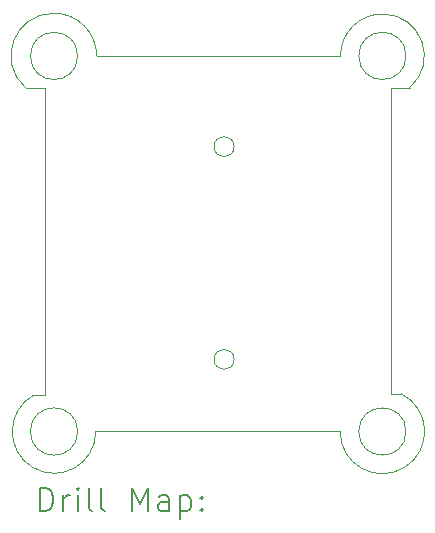
<source format=gbr>
%TF.GenerationSoftware,KiCad,Pcbnew,7.0.2*%
%TF.CreationDate,2023-07-30T22:12:46-04:00*%
%TF.ProjectId,CameraBoard,43616d65-7261-4426-9f61-72642e6b6963,rev?*%
%TF.SameCoordinates,Original*%
%TF.FileFunction,Drillmap*%
%TF.FilePolarity,Positive*%
%FSLAX45Y45*%
G04 Gerber Fmt 4.5, Leading zero omitted, Abs format (unit mm)*
G04 Created by KiCad (PCBNEW 7.0.2) date 2023-07-30 22:12:46*
%MOMM*%
%LPD*%
G01*
G04 APERTURE LIST*
%ADD10C,0.100000*%
%ADD11C,0.050000*%
%ADD12C,0.200000*%
G04 APERTURE END LIST*
D10*
X4625000Y-9069000D02*
G75*
G03*
X4625000Y-9069000I-85000J0D01*
G01*
X3100000Y-7938753D02*
G75*
G03*
X2860000Y-8570000I-5122J-359300D01*
G01*
X3461248Y-8300000D02*
G75*
G03*
X3100000Y-7938752I-361248J0D01*
G01*
X6110007Y-8570008D02*
G75*
G03*
X5880000Y-7945317I-228687J270488D01*
G01*
X2930000Y-11170000D02*
G75*
G03*
X3453553Y-11480000I170000J-310000D01*
G01*
X3020000Y-11170000D02*
X2930000Y-11170000D01*
X5880000Y-7945317D02*
G75*
G03*
X5525317Y-8300000I0J-354683D01*
G01*
X6040000Y-11160000D02*
X5950000Y-11160000D01*
X5950000Y-8570000D02*
X5950000Y-11160000D01*
X3300000Y-8300000D02*
G75*
G03*
X3300000Y-8300000I-200000J0D01*
G01*
X5522229Y-11480000D02*
X3453553Y-11480000D01*
X6080000Y-8300000D02*
G75*
G03*
X6080000Y-8300000I-200000J0D01*
G01*
X6110000Y-8570000D02*
X6040000Y-8570000D01*
X3020000Y-8570000D02*
X3020000Y-11170000D01*
X3020000Y-8570000D02*
X2930000Y-8570000D01*
X4625000Y-10869000D02*
G75*
G03*
X4625000Y-10869000I-85000J0D01*
G01*
X5522229Y-11480000D02*
G75*
G03*
X6040000Y-11160000I357771J0D01*
G01*
D11*
X6080000Y-11480000D02*
G75*
G03*
X6080000Y-11480000I-200000J0D01*
G01*
X3300000Y-11480000D02*
G75*
G03*
X3300000Y-11480000I-200000J0D01*
G01*
D10*
X2930000Y-8570000D02*
X2860000Y-8570000D01*
X5525317Y-8300000D02*
X3461248Y-8300000D01*
X6040000Y-8570000D02*
X5950000Y-8570000D01*
D12*
X2978160Y-12155295D02*
X2978160Y-11955295D01*
X2978160Y-11955295D02*
X3025779Y-11955295D01*
X3025779Y-11955295D02*
X3054351Y-11964818D01*
X3054351Y-11964818D02*
X3073398Y-11983866D01*
X3073398Y-11983866D02*
X3082922Y-12002914D01*
X3082922Y-12002914D02*
X3092446Y-12041009D01*
X3092446Y-12041009D02*
X3092446Y-12069580D01*
X3092446Y-12069580D02*
X3082922Y-12107675D01*
X3082922Y-12107675D02*
X3073398Y-12126723D01*
X3073398Y-12126723D02*
X3054351Y-12145771D01*
X3054351Y-12145771D02*
X3025779Y-12155295D01*
X3025779Y-12155295D02*
X2978160Y-12155295D01*
X3178160Y-12155295D02*
X3178160Y-12021961D01*
X3178160Y-12060056D02*
X3187684Y-12041009D01*
X3187684Y-12041009D02*
X3197208Y-12031485D01*
X3197208Y-12031485D02*
X3216255Y-12021961D01*
X3216255Y-12021961D02*
X3235303Y-12021961D01*
X3301970Y-12155295D02*
X3301970Y-12021961D01*
X3301970Y-11955295D02*
X3292446Y-11964818D01*
X3292446Y-11964818D02*
X3301970Y-11974342D01*
X3301970Y-11974342D02*
X3311494Y-11964818D01*
X3311494Y-11964818D02*
X3301970Y-11955295D01*
X3301970Y-11955295D02*
X3301970Y-11974342D01*
X3425779Y-12155295D02*
X3406732Y-12145771D01*
X3406732Y-12145771D02*
X3397208Y-12126723D01*
X3397208Y-12126723D02*
X3397208Y-11955295D01*
X3530541Y-12155295D02*
X3511494Y-12145771D01*
X3511494Y-12145771D02*
X3501970Y-12126723D01*
X3501970Y-12126723D02*
X3501970Y-11955295D01*
X3759113Y-12155295D02*
X3759113Y-11955295D01*
X3759113Y-11955295D02*
X3825779Y-12098152D01*
X3825779Y-12098152D02*
X3892446Y-11955295D01*
X3892446Y-11955295D02*
X3892446Y-12155295D01*
X4073398Y-12155295D02*
X4073398Y-12050533D01*
X4073398Y-12050533D02*
X4063875Y-12031485D01*
X4063875Y-12031485D02*
X4044827Y-12021961D01*
X4044827Y-12021961D02*
X4006732Y-12021961D01*
X4006732Y-12021961D02*
X3987684Y-12031485D01*
X4073398Y-12145771D02*
X4054351Y-12155295D01*
X4054351Y-12155295D02*
X4006732Y-12155295D01*
X4006732Y-12155295D02*
X3987684Y-12145771D01*
X3987684Y-12145771D02*
X3978160Y-12126723D01*
X3978160Y-12126723D02*
X3978160Y-12107675D01*
X3978160Y-12107675D02*
X3987684Y-12088628D01*
X3987684Y-12088628D02*
X4006732Y-12079104D01*
X4006732Y-12079104D02*
X4054351Y-12079104D01*
X4054351Y-12079104D02*
X4073398Y-12069580D01*
X4168636Y-12021961D02*
X4168636Y-12221961D01*
X4168636Y-12031485D02*
X4187684Y-12021961D01*
X4187684Y-12021961D02*
X4225779Y-12021961D01*
X4225779Y-12021961D02*
X4244827Y-12031485D01*
X4244827Y-12031485D02*
X4254351Y-12041009D01*
X4254351Y-12041009D02*
X4263875Y-12060056D01*
X4263875Y-12060056D02*
X4263875Y-12117199D01*
X4263875Y-12117199D02*
X4254351Y-12136247D01*
X4254351Y-12136247D02*
X4244827Y-12145771D01*
X4244827Y-12145771D02*
X4225779Y-12155295D01*
X4225779Y-12155295D02*
X4187684Y-12155295D01*
X4187684Y-12155295D02*
X4168636Y-12145771D01*
X4349589Y-12136247D02*
X4359113Y-12145771D01*
X4359113Y-12145771D02*
X4349589Y-12155295D01*
X4349589Y-12155295D02*
X4340065Y-12145771D01*
X4340065Y-12145771D02*
X4349589Y-12136247D01*
X4349589Y-12136247D02*
X4349589Y-12155295D01*
X4349589Y-12031485D02*
X4359113Y-12041009D01*
X4359113Y-12041009D02*
X4349589Y-12050533D01*
X4349589Y-12050533D02*
X4340065Y-12041009D01*
X4340065Y-12041009D02*
X4349589Y-12031485D01*
X4349589Y-12031485D02*
X4349589Y-12050533D01*
M02*

</source>
